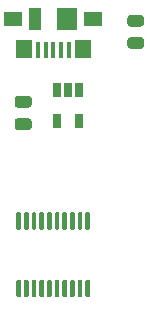
<source format=gbr>
%TF.GenerationSoftware,KiCad,Pcbnew,5.1.9-73d0e3b20d~88~ubuntu20.04.1*%
%TF.CreationDate,2021-07-12T22:59:01-04:00*%
%TF.ProjectId,stm32_breakout,73746d33-325f-4627-9265-616b6f75742e,rev?*%
%TF.SameCoordinates,Original*%
%TF.FileFunction,Paste,Top*%
%TF.FilePolarity,Positive*%
%FSLAX46Y46*%
G04 Gerber Fmt 4.6, Leading zero omitted, Abs format (unit mm)*
G04 Created by KiCad (PCBNEW 5.1.9-73d0e3b20d~88~ubuntu20.04.1) date 2021-07-12 22:59:01*
%MOMM*%
%LPD*%
G01*
G04 APERTURE LIST*
%ADD10R,0.650000X1.220000*%
%ADD11R,0.450000X1.380000*%
%ADD12R,1.425000X1.550000*%
%ADD13R,1.650000X1.300000*%
%ADD14R,1.800000X1.900000*%
%ADD15R,1.000000X1.900000*%
G04 APERTURE END LIST*
D10*
%TO.C,U1*%
X138110000Y-72245000D03*
X136210000Y-72245000D03*
X136210000Y-69625000D03*
X137160000Y-69625000D03*
X138110000Y-69625000D03*
%TD*%
%TO.C,C1*%
G36*
G01*
X133825000Y-71120000D02*
X132875000Y-71120000D01*
G75*
G02*
X132625000Y-70870000I0J250000D01*
G01*
X132625000Y-70370000D01*
G75*
G02*
X132875000Y-70120000I250000J0D01*
G01*
X133825000Y-70120000D01*
G75*
G02*
X134075000Y-70370000I0J-250000D01*
G01*
X134075000Y-70870000D01*
G75*
G02*
X133825000Y-71120000I-250000J0D01*
G01*
G37*
G36*
G01*
X133825000Y-73020000D02*
X132875000Y-73020000D01*
G75*
G02*
X132625000Y-72770000I0J250000D01*
G01*
X132625000Y-72270000D01*
G75*
G02*
X132875000Y-72020000I250000J0D01*
G01*
X133825000Y-72020000D01*
G75*
G02*
X134075000Y-72270000I0J-250000D01*
G01*
X134075000Y-72770000D01*
G75*
G02*
X133825000Y-73020000I-250000J0D01*
G01*
G37*
%TD*%
%TO.C,D1*%
G36*
G01*
X142418750Y-63272000D02*
X143331250Y-63272000D01*
G75*
G02*
X143575000Y-63515750I0J-243750D01*
G01*
X143575000Y-64003250D01*
G75*
G02*
X143331250Y-64247000I-243750J0D01*
G01*
X142418750Y-64247000D01*
G75*
G02*
X142175000Y-64003250I0J243750D01*
G01*
X142175000Y-63515750D01*
G75*
G02*
X142418750Y-63272000I243750J0D01*
G01*
G37*
G36*
G01*
X142418750Y-65147000D02*
X143331250Y-65147000D01*
G75*
G02*
X143575000Y-65390750I0J-243750D01*
G01*
X143575000Y-65878250D01*
G75*
G02*
X143331250Y-66122000I-243750J0D01*
G01*
X142418750Y-66122000D01*
G75*
G02*
X142175000Y-65878250I0J243750D01*
G01*
X142175000Y-65390750D01*
G75*
G02*
X142418750Y-65147000I243750J0D01*
G01*
G37*
%TD*%
D11*
%TO.C,J1*%
X137190000Y-66230000D03*
X136540000Y-66230000D03*
X135890000Y-66230000D03*
X135240000Y-66230000D03*
X134590000Y-66230000D03*
D12*
X138377500Y-66145000D03*
X133402500Y-66145000D03*
D13*
X139265000Y-63570000D03*
X132515000Y-63570000D03*
D14*
X137040000Y-63570000D03*
D15*
X134340000Y-63570000D03*
%TD*%
%TO.C,U2*%
G36*
G01*
X138715000Y-79966000D02*
X138915000Y-79966000D01*
G75*
G02*
X139015000Y-80066000I0J-100000D01*
G01*
X139015000Y-81341000D01*
G75*
G02*
X138915000Y-81441000I-100000J0D01*
G01*
X138715000Y-81441000D01*
G75*
G02*
X138615000Y-81341000I0J100000D01*
G01*
X138615000Y-80066000D01*
G75*
G02*
X138715000Y-79966000I100000J0D01*
G01*
G37*
G36*
G01*
X138065000Y-79966000D02*
X138265000Y-79966000D01*
G75*
G02*
X138365000Y-80066000I0J-100000D01*
G01*
X138365000Y-81341000D01*
G75*
G02*
X138265000Y-81441000I-100000J0D01*
G01*
X138065000Y-81441000D01*
G75*
G02*
X137965000Y-81341000I0J100000D01*
G01*
X137965000Y-80066000D01*
G75*
G02*
X138065000Y-79966000I100000J0D01*
G01*
G37*
G36*
G01*
X137415000Y-79966000D02*
X137615000Y-79966000D01*
G75*
G02*
X137715000Y-80066000I0J-100000D01*
G01*
X137715000Y-81341000D01*
G75*
G02*
X137615000Y-81441000I-100000J0D01*
G01*
X137415000Y-81441000D01*
G75*
G02*
X137315000Y-81341000I0J100000D01*
G01*
X137315000Y-80066000D01*
G75*
G02*
X137415000Y-79966000I100000J0D01*
G01*
G37*
G36*
G01*
X136765000Y-79966000D02*
X136965000Y-79966000D01*
G75*
G02*
X137065000Y-80066000I0J-100000D01*
G01*
X137065000Y-81341000D01*
G75*
G02*
X136965000Y-81441000I-100000J0D01*
G01*
X136765000Y-81441000D01*
G75*
G02*
X136665000Y-81341000I0J100000D01*
G01*
X136665000Y-80066000D01*
G75*
G02*
X136765000Y-79966000I100000J0D01*
G01*
G37*
G36*
G01*
X136115000Y-79966000D02*
X136315000Y-79966000D01*
G75*
G02*
X136415000Y-80066000I0J-100000D01*
G01*
X136415000Y-81341000D01*
G75*
G02*
X136315000Y-81441000I-100000J0D01*
G01*
X136115000Y-81441000D01*
G75*
G02*
X136015000Y-81341000I0J100000D01*
G01*
X136015000Y-80066000D01*
G75*
G02*
X136115000Y-79966000I100000J0D01*
G01*
G37*
G36*
G01*
X135465000Y-79966000D02*
X135665000Y-79966000D01*
G75*
G02*
X135765000Y-80066000I0J-100000D01*
G01*
X135765000Y-81341000D01*
G75*
G02*
X135665000Y-81441000I-100000J0D01*
G01*
X135465000Y-81441000D01*
G75*
G02*
X135365000Y-81341000I0J100000D01*
G01*
X135365000Y-80066000D01*
G75*
G02*
X135465000Y-79966000I100000J0D01*
G01*
G37*
G36*
G01*
X134815000Y-79966000D02*
X135015000Y-79966000D01*
G75*
G02*
X135115000Y-80066000I0J-100000D01*
G01*
X135115000Y-81341000D01*
G75*
G02*
X135015000Y-81441000I-100000J0D01*
G01*
X134815000Y-81441000D01*
G75*
G02*
X134715000Y-81341000I0J100000D01*
G01*
X134715000Y-80066000D01*
G75*
G02*
X134815000Y-79966000I100000J0D01*
G01*
G37*
G36*
G01*
X134165000Y-79966000D02*
X134365000Y-79966000D01*
G75*
G02*
X134465000Y-80066000I0J-100000D01*
G01*
X134465000Y-81341000D01*
G75*
G02*
X134365000Y-81441000I-100000J0D01*
G01*
X134165000Y-81441000D01*
G75*
G02*
X134065000Y-81341000I0J100000D01*
G01*
X134065000Y-80066000D01*
G75*
G02*
X134165000Y-79966000I100000J0D01*
G01*
G37*
G36*
G01*
X133515000Y-79966000D02*
X133715000Y-79966000D01*
G75*
G02*
X133815000Y-80066000I0J-100000D01*
G01*
X133815000Y-81341000D01*
G75*
G02*
X133715000Y-81441000I-100000J0D01*
G01*
X133515000Y-81441000D01*
G75*
G02*
X133415000Y-81341000I0J100000D01*
G01*
X133415000Y-80066000D01*
G75*
G02*
X133515000Y-79966000I100000J0D01*
G01*
G37*
G36*
G01*
X132865000Y-79966000D02*
X133065000Y-79966000D01*
G75*
G02*
X133165000Y-80066000I0J-100000D01*
G01*
X133165000Y-81341000D01*
G75*
G02*
X133065000Y-81441000I-100000J0D01*
G01*
X132865000Y-81441000D01*
G75*
G02*
X132765000Y-81341000I0J100000D01*
G01*
X132765000Y-80066000D01*
G75*
G02*
X132865000Y-79966000I100000J0D01*
G01*
G37*
G36*
G01*
X132865000Y-85691000D02*
X133065000Y-85691000D01*
G75*
G02*
X133165000Y-85791000I0J-100000D01*
G01*
X133165000Y-87066000D01*
G75*
G02*
X133065000Y-87166000I-100000J0D01*
G01*
X132865000Y-87166000D01*
G75*
G02*
X132765000Y-87066000I0J100000D01*
G01*
X132765000Y-85791000D01*
G75*
G02*
X132865000Y-85691000I100000J0D01*
G01*
G37*
G36*
G01*
X133515000Y-85691000D02*
X133715000Y-85691000D01*
G75*
G02*
X133815000Y-85791000I0J-100000D01*
G01*
X133815000Y-87066000D01*
G75*
G02*
X133715000Y-87166000I-100000J0D01*
G01*
X133515000Y-87166000D01*
G75*
G02*
X133415000Y-87066000I0J100000D01*
G01*
X133415000Y-85791000D01*
G75*
G02*
X133515000Y-85691000I100000J0D01*
G01*
G37*
G36*
G01*
X134165000Y-85691000D02*
X134365000Y-85691000D01*
G75*
G02*
X134465000Y-85791000I0J-100000D01*
G01*
X134465000Y-87066000D01*
G75*
G02*
X134365000Y-87166000I-100000J0D01*
G01*
X134165000Y-87166000D01*
G75*
G02*
X134065000Y-87066000I0J100000D01*
G01*
X134065000Y-85791000D01*
G75*
G02*
X134165000Y-85691000I100000J0D01*
G01*
G37*
G36*
G01*
X134815000Y-85691000D02*
X135015000Y-85691000D01*
G75*
G02*
X135115000Y-85791000I0J-100000D01*
G01*
X135115000Y-87066000D01*
G75*
G02*
X135015000Y-87166000I-100000J0D01*
G01*
X134815000Y-87166000D01*
G75*
G02*
X134715000Y-87066000I0J100000D01*
G01*
X134715000Y-85791000D01*
G75*
G02*
X134815000Y-85691000I100000J0D01*
G01*
G37*
G36*
G01*
X135465000Y-85691000D02*
X135665000Y-85691000D01*
G75*
G02*
X135765000Y-85791000I0J-100000D01*
G01*
X135765000Y-87066000D01*
G75*
G02*
X135665000Y-87166000I-100000J0D01*
G01*
X135465000Y-87166000D01*
G75*
G02*
X135365000Y-87066000I0J100000D01*
G01*
X135365000Y-85791000D01*
G75*
G02*
X135465000Y-85691000I100000J0D01*
G01*
G37*
G36*
G01*
X136115000Y-85691000D02*
X136315000Y-85691000D01*
G75*
G02*
X136415000Y-85791000I0J-100000D01*
G01*
X136415000Y-87066000D01*
G75*
G02*
X136315000Y-87166000I-100000J0D01*
G01*
X136115000Y-87166000D01*
G75*
G02*
X136015000Y-87066000I0J100000D01*
G01*
X136015000Y-85791000D01*
G75*
G02*
X136115000Y-85691000I100000J0D01*
G01*
G37*
G36*
G01*
X136765000Y-85691000D02*
X136965000Y-85691000D01*
G75*
G02*
X137065000Y-85791000I0J-100000D01*
G01*
X137065000Y-87066000D01*
G75*
G02*
X136965000Y-87166000I-100000J0D01*
G01*
X136765000Y-87166000D01*
G75*
G02*
X136665000Y-87066000I0J100000D01*
G01*
X136665000Y-85791000D01*
G75*
G02*
X136765000Y-85691000I100000J0D01*
G01*
G37*
G36*
G01*
X137415000Y-85691000D02*
X137615000Y-85691000D01*
G75*
G02*
X137715000Y-85791000I0J-100000D01*
G01*
X137715000Y-87066000D01*
G75*
G02*
X137615000Y-87166000I-100000J0D01*
G01*
X137415000Y-87166000D01*
G75*
G02*
X137315000Y-87066000I0J100000D01*
G01*
X137315000Y-85791000D01*
G75*
G02*
X137415000Y-85691000I100000J0D01*
G01*
G37*
G36*
G01*
X138065000Y-85691000D02*
X138265000Y-85691000D01*
G75*
G02*
X138365000Y-85791000I0J-100000D01*
G01*
X138365000Y-87066000D01*
G75*
G02*
X138265000Y-87166000I-100000J0D01*
G01*
X138065000Y-87166000D01*
G75*
G02*
X137965000Y-87066000I0J100000D01*
G01*
X137965000Y-85791000D01*
G75*
G02*
X138065000Y-85691000I100000J0D01*
G01*
G37*
G36*
G01*
X138715000Y-85691000D02*
X138915000Y-85691000D01*
G75*
G02*
X139015000Y-85791000I0J-100000D01*
G01*
X139015000Y-87066000D01*
G75*
G02*
X138915000Y-87166000I-100000J0D01*
G01*
X138715000Y-87166000D01*
G75*
G02*
X138615000Y-87066000I0J100000D01*
G01*
X138615000Y-85791000D01*
G75*
G02*
X138715000Y-85691000I100000J0D01*
G01*
G37*
%TD*%
M02*

</source>
